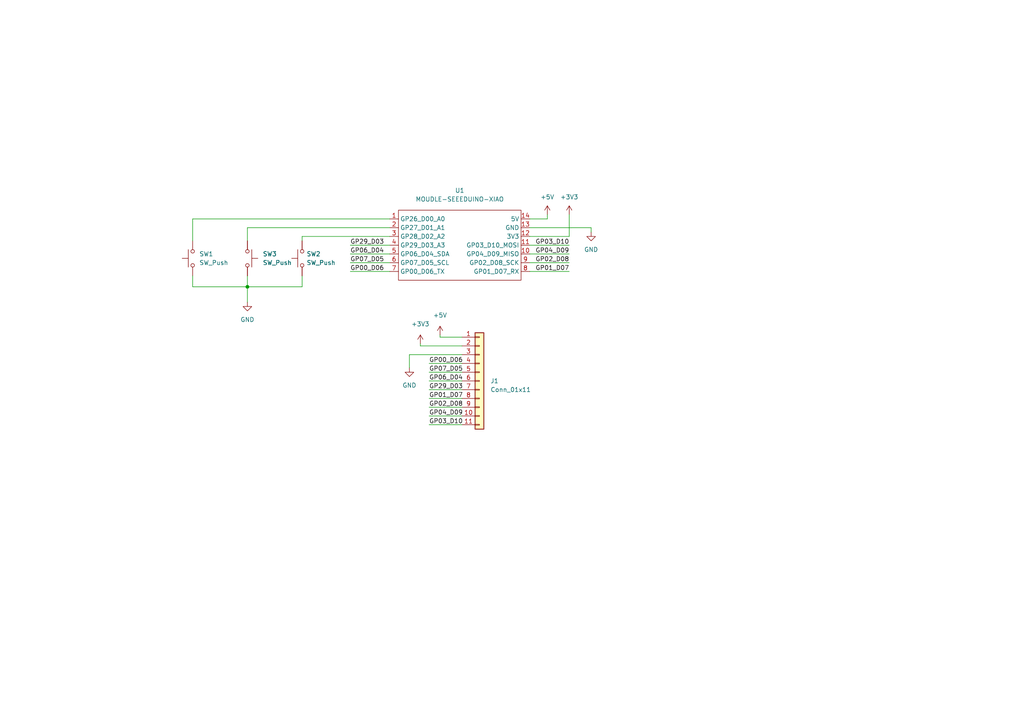
<source format=kicad_sch>
(kicad_sch (version 20211123) (generator eeschema)
  (paper "A4")
  (lib_symbols
    (symbol "Connector_Generic:Conn_01x11" (pin_names (offset 1.016) hide)
      (property "Reference" "J" (at 0 15.24 0))
      (property "Value" "Conn_01x11" (at 0 -15.24 0))
      (symbol "Conn_01x11_1_1"
        (rectangle (start -1.27 -12.573) (end 0 -12.827) (stroke (width 0.1524)))
        (rectangle (start -1.27 -10.033) (end 0 -10.287) (stroke (width 0.1524)))
        (rectangle (start -1.27 -7.493) (end 0 -7.747) (stroke (width 0.1524)))
        (rectangle (start -1.27 -4.953) (end 0 -5.207) (stroke (width 0.1524)))
        (rectangle (start -1.27 -2.413) (end 0 -2.667) (stroke (width 0.1524)))
        (rectangle (start -1.27 0.127) (end 0 -0.127) (stroke (width 0.1524)))
        (rectangle (start -1.27 2.667) (end 0 2.413) (stroke (width 0.1524)))
        (rectangle (start -1.27 5.207) (end 0 4.953) (stroke (width 0.1524)))
        (rectangle (start -1.27 7.747) (end 0 7.493) (stroke (width 0.1524)))
        (rectangle (start -1.27 10.287) (end 0 10.033) (stroke (width 0.1524)))
        (rectangle (start -1.27 12.827) (end 0 12.573) (stroke (width 0.1524)))
        (rectangle (start -1.27 13.97) (end 1.27 -13.97) (stroke (width 0.254)) (fill (type background)))
        (pin passive line (at -5.08 12.7 0) (length 3.81) (name "Pin_1") (number "1"))
        (pin passive line (at -5.08 -10.16 0) (length 3.81) (name "Pin_10") (number "10"))
        (pin passive line (at -5.08 -12.7 0) (length 3.81) (name "Pin_11") (number "11"))
        (pin passive line (at -5.08 10.16 0) (length 3.81) (name "Pin_2") (number "2"))
        (pin passive line (at -5.08 7.62 0) (length 3.81) (name "Pin_3") (number "3"))
        (pin passive line (at -5.08 5.08 0) (length 3.81) (name "Pin_4") (number "4"))
        (pin passive line (at -5.08 2.54 0) (length 3.81) (name "Pin_5") (number "5"))
        (pin passive line (at -5.08 0 0) (length 3.81) (name "Pin_6") (number "6"))
        (pin passive line (at -5.08 -2.54 0) (length 3.81) (name "Pin_7") (number "7"))
        (pin passive line (at -5.08 -5.08 0) (length 3.81) (name "Pin_8") (number "8"))
        (pin passive line (at -5.08 -7.62 0) (length 3.81) (name "Pin_9") (number "9"))
      )
    )
    (symbol "MOUDLE-SEEEDUINO-XIAO:MOUDLE-SEEEDUINO-XIAO"
      (property "Reference" "U1" (at 1.27 15.875 0))
      (property "Value" "MOUDLE-SEEEDUINO-XIAO" (at 1.27 13.335 0))
      (symbol "MOUDLE-SEEEDUINO-XIAO_0_1"
        (rectangle (start -16.51 10.16) (end 19.05 -10.16))
      )
      (symbol "MOUDLE-SEEEDUINO-XIAO_1_1"
        (pin unspecified line (at -19.05 7.62 0) (length 2.54) (name "GP26_D00_A0") (number "1"))
        (pin unspecified line (at 21.59 -2.54 180) (length 2.54) (name "GP04_D09_MISO") (number "10"))
        (pin unspecified line (at 21.59 0 180) (length 2.54) (name "GP03_D10_MOSI") (number "11"))
        (pin unspecified line (at 21.59 2.54 180) (length 2.54) (name "3V3") (number "12"))
        (pin unspecified line (at 21.59 5.08 180) (length 2.54) (name "GND") (number "13"))
        (pin unspecified line (at 21.59 7.62 180) (length 2.54) (name "5V") (number "14"))
        (pin unspecified line (at -19.05 5.08 0) (length 2.54) (name "GP27_D01_A1") (number "2"))
        (pin unspecified line (at -19.05 2.54 0) (length 2.54) (name "GP28_D02_A2") (number "3"))
        (pin unspecified line (at -19.05 0 0) (length 2.54) (name "GP29_D03_A3") (number "4"))
        (pin unspecified line (at -19.05 -2.54 0) (length 2.54) (name "GP06_D04_SDA") (number "5"))
        (pin unspecified line (at -19.05 -5.08 0) (length 2.54) (name "GP07_D05_SCL") (number "6"))
        (pin unspecified line (at -19.05 -7.62 0) (length 2.54) (name "GP00_D06_TX") (number "7"))
        (pin unspecified line (at 21.59 -7.62 180) (length 2.54) (name "GP01_D07_RX") (number "8"))
        (pin unspecified line (at 21.59 -5.08 180) (length 2.54) (name "GP02_D08_SCK") (number "9"))
      )
    )
    (symbol "Switch:SW_Push" (pin_numbers hide) (pin_names (offset 1.016) hide)
      (property "Reference" "SW" (at 1.27 2.54 0))
      (property "Value" "SW_Push" (at 0 -1.524 0))
      (symbol "SW_Push_0_1"
        (circle (center -2.032 0) (radius 0.508))
        (polyline (pts (xy 0 1.27) (xy 0 3.048)))
        (polyline (pts (xy 2.54 1.27) (xy -2.54 1.27)))
        (circle (center 2.032 0) (radius 0.508))
        (pin passive line (at -5.08 0 0) (length 2.54) (name "1") (number "1"))
        (pin passive line (at 5.08 0 180) (length 2.54) (name "2") (number "2"))
      )
    )
    (symbol "power:+3V3" (power) (pin_names (offset 0))
      (property "Value" "+3V3" (at 0 3.556 0))
      (symbol "+3V3_0_1"
        (polyline (pts (xy -0.762 1.27) (xy 0 2.54)))
        (polyline (pts (xy 0 0) (xy 0 2.54)))
        (polyline (pts (xy 0 2.54) (xy 0.762 1.27)))
      )
      (symbol "+3V3_1_1"
        (pin power_in line (at 0 0 90) (length 0) hide (name "+3V3") (number "1"))
      )
    )
    (symbol "power:+5V" (power) (pin_names (offset 0))
      (property "Value" "+5V" (at 0 3.556 0))
      (symbol "+5V_0_1"
        (polyline (pts (xy -0.762 1.27) (xy 0 2.54)))
        (polyline (pts (xy 0 0) (xy 0 2.54)))
        (polyline (pts (xy 0 2.54) (xy 0.762 1.27)))
      )
      (symbol "+5V_1_1"
        (pin power_in line (at 0 0 90) (length 0) hide (name "+5V") (number "1"))
      )
    )
    (symbol "power:GND" (power) (pin_names (offset 0))
      (property "Value" "GND" (at 0 -3.81 0))
      (symbol "GND_0_1"
        (polyline (pts (xy 0 0) (xy 0 -1.27) (xy 1.27 -1.27) (xy 0 -2.54) (xy -1.27 -1.27) (xy 0 -1.27)))
      )
      (symbol "GND_1_1"
        (pin power_in line (at 0 0 270) (length 0) hide (name "GND") (number "1"))
      )
    )
  )
  (junction (at 71.755 83.185))
  (wire (pts (xy 124.46 115.57) (xy 133.985 115.57)))
  (wire (pts (xy 71.755 83.185) (xy 71.755 87.63)))
  (wire (pts (xy 133.985 102.87) (xy 118.745 102.87)))
  (wire (pts (xy 101.6 78.74) (xy 113.03 78.74)))
  (wire (pts (xy 153.67 68.58) (xy 165.1 68.58)))
  (wire (pts (xy 101.6 76.2) (xy 113.03 76.2)))
  (wire (pts (xy 153.67 78.74) (xy 165.1 78.74)))
  (wire (pts (xy 171.45 66.04) (xy 171.45 67.31)))
  (wire (pts (xy 124.46 123.19) (xy 133.985 123.19)))
  (wire (pts (xy 101.6 71.12) (xy 113.03 71.12)))
  (wire (pts (xy 124.46 107.95) (xy 133.985 107.95)))
  (wire (pts (xy 121.92 100.33) (xy 121.92 99.695)))
  (wire (pts (xy 118.745 102.87) (xy 118.745 106.68)))
  (wire (pts (xy 87.63 83.185) (xy 71.755 83.185)))
  (wire (pts (xy 124.46 118.11) (xy 133.985 118.11)))
  (wire (pts (xy 55.88 69.85) (xy 55.88 63.5)))
  (wire (pts (xy 71.755 66.04) (xy 113.03 66.04)))
  (wire (pts (xy 158.75 63.5) (xy 158.75 62.23)))
  (wire (pts (xy 153.67 73.66) (xy 165.1 73.66)))
  (wire (pts (xy 133.985 97.79) (xy 127.635 97.79)))
  (wire (pts (xy 55.88 63.5) (xy 113.03 63.5)))
  (wire (pts (xy 133.985 100.33) (xy 121.92 100.33)))
  (wire (pts (xy 153.67 66.04) (xy 171.45 66.04)))
  (wire (pts (xy 71.755 80.01) (xy 71.755 83.185)))
  (wire (pts (xy 165.1 68.58) (xy 165.1 62.23)))
  (wire (pts (xy 71.755 69.85) (xy 71.755 66.04)))
  (wire (pts (xy 124.46 113.03) (xy 133.985 113.03)))
  (wire (pts (xy 153.67 76.2) (xy 165.1 76.2)))
  (wire (pts (xy 124.46 105.41) (xy 133.985 105.41)))
  (wire (pts (xy 87.63 80.01) (xy 87.63 83.185)))
  (wire (pts (xy 124.46 110.49) (xy 133.985 110.49)))
  (wire (pts (xy 87.63 69.85) (xy 87.63 68.58)))
  (wire (pts (xy 153.67 63.5) (xy 158.75 63.5)))
  (wire (pts (xy 55.88 83.185) (xy 71.755 83.185)))
  (wire (pts (xy 127.635 97.79) (xy 127.635 97.155)))
  (wire (pts (xy 55.88 80.01) (xy 55.88 83.185)))
  (wire (pts (xy 124.46 120.65) (xy 133.985 120.65)))
  (wire (pts (xy 87.63 68.58) (xy 113.03 68.58)))
  (wire (pts (xy 153.67 71.12) (xy 165.1 71.12)))
  (wire (pts (xy 101.6 73.66) (xy 113.03 73.66)))
  (label "GP29_D03" (at 124.46 113.03 0))
  (label "GP29_D03" (at 101.6 71.12 0))
  (label "GP03_D10" (at 165.1 71.12 180))
  (label "GP07_D05" (at 101.6 76.2 0))
  (label "GP06_D04" (at 124.46 110.49 0))
  (label "GP00_D06" (at 101.6 78.74 0))
  (label "GP00_D06" (at 124.46 105.41 0))
  (label "GP04_D09" (at 124.46 120.65 0))
  (label "GP03_D10" (at 124.46 123.19 0))
  (label "GP06_D04" (at 101.6 73.66 0))
  (label "GP02_D08" (at 124.46 118.11 0))
  (label "GP01_D07" (at 124.46 115.57 0))
  (label "GP02_D08" (at 165.1 76.2 180))
  (label "GP04_D09" (at 165.1 73.66 180))
  (label "GP07_D05" (at 124.46 107.95 0))
  (label "GP01_D07" (at 165.1 78.74 180))
  (symbol (lib_id "power:+3V3") (at 121.92 99.695 0) (unit 1)
    (property "Reference" "#PWR0105" (effects hide))
    (property "Value" "+3V3" (at 121.92 93.98 0))
  )
  (symbol (lib_id "power:+3V3") (at 165.1 62.23 0) (unit 1)
    (property "Reference" "#PWR0102" (effects hide))
    (property "Value" "+3V3" (at 165.1 57.15 0))
  )
  (symbol (lib_id "power:GND") (at 171.45 67.31 0) (unit 1)
    (property "Reference" "#PWR0103" (effects hide))
    (property "Value" "GND" (at 171.45 72.39 0))
  )
  (symbol (lib_id "Switch:SW_Push") (at 71.755 74.93 270) (unit 1)
    (property "Reference" "SW3" (at 76.2 73.6599 90) (effects (justify left)))
    (property "Value" "SW_Push" (at 76.2 76.1999 90) (effects (justify left)))
    (property "Footprint" "Switch_Keyboard_Hotswap_Kailh:SW_Hotswap_Kailh_MX_plated_1.00u" (effects hide))
  )
  (symbol (lib_id "Switch:SW_Push") (at 55.88 74.93 90) (unit 1)
    (property "Reference" "SW1" (at 57.785 73.6599 90) (effects (justify right)))
    (property "Value" "SW_Push" (at 57.785 76.1999 90) (effects (justify right)))
    (property "Footprint" "Switch_Keyboard_Hotswap_Kailh:SW_Hotswap_Kailh_MX_1.00u" (effects hide))
  )
  (symbol (lib_id "Connector_Generic:Conn_01x11") (at 139.065 110.49 0) (unit 1)
    (property "Reference" "J1" (at 142.24 110.4899 0) (effects (justify left)))
    (property "Value" "Conn_01x11" (at 142.24 113.0299 0) (effects (justify left)))
    (property "Footprint" "Connector_PinHeader_2.54mm:PinHeader_1x11_P2.54mm_Vertical" (effects hide))
  )
  (symbol (lib_id "power:+5V") (at 127.635 97.155 0) (unit 1)
    (property "Reference" "#PWR0104" (effects hide))
    (property "Value" "+5V" (at 127.635 91.44 0))
  )
  (symbol (lib_id "MOUDLE-SEEEDUINO-XIAO:MOUDLE-SEEEDUINO-XIAO") (at 132.08 71.12 0) (unit 1)
    (property "Reference" "U1" (at 133.35 55.245 0))
    (property "Value" "MOUDLE-SEEEDUINO-XIAO" (at 133.35 57.785 0))
    (property "Footprint" "Seeed Studio XIAO Series Library:XIAO-Generic-Thruhole-14P-2.54-21X17.8MM" (effects hide))
  )
  (symbol (lib_id "power:GND") (at 71.755 87.63 0) (unit 1)
    (property "Reference" "#PWR0107" (effects hide))
    (property "Value" "GND" (at 71.755 92.71 0))
  )
  (symbol (lib_id "power:+5V") (at 158.75 62.23 0) (unit 1)
    (property "Reference" "#PWR0101" (effects hide))
    (property "Value" "+5V" (at 158.75 57.15 0))
  )
  (symbol (lib_id "Switch:SW_Push") (at 87.63 74.93 90) (unit 1)
    (property "Reference" "SW2" (at 88.9 73.6599 90) (effects (justify right)))
    (property "Value" "SW_Push" (at 88.9 76.1999 90) (effects (justify right)))
    (property "Footprint" "Switch_Keyboard_Hotswap_Kailh:SW_Hotswap_Kailh_MX_plated_1.00u" (effects hide))
  )
  (symbol (lib_id "power:GND") (at 118.745 106.68 0) (unit 1)
    (property "Reference" "#PWR0106" (effects hide))
    (property "Value" "GND" (at 118.745 111.76 0))
  )
)
</source>
